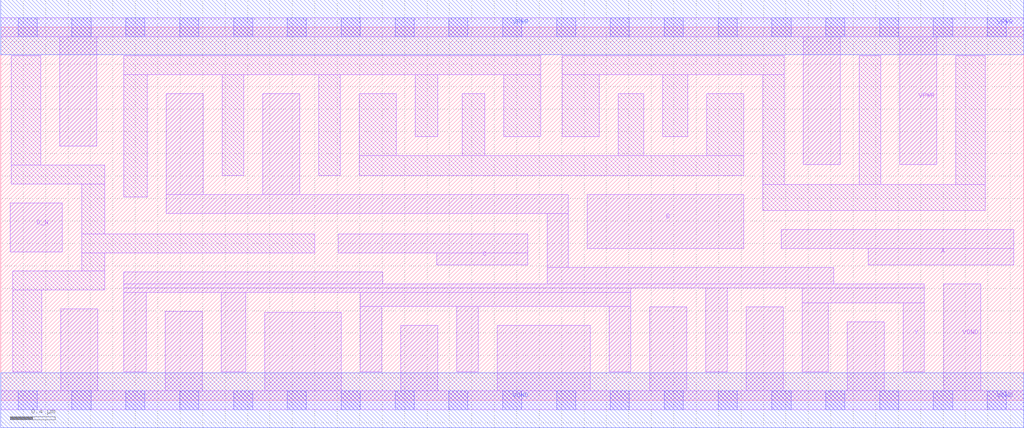
<source format=lef>
# Copyright 2020 The SkyWater PDK Authors
#
# Licensed under the Apache License, Version 2.0 (the "License");
# you may not use this file except in compliance with the License.
# You may obtain a copy of the License at
#
#     https://www.apache.org/licenses/LICENSE-2.0
#
# Unless required by applicable law or agreed to in writing, software
# distributed under the License is distributed on an "AS IS" BASIS,
# WITHOUT WARRANTIES OR CONDITIONS OF ANY KIND, either express or implied.
# See the License for the specific language governing permissions and
# limitations under the License.
#
# SPDX-License-Identifier: Apache-2.0

VERSION 5.7 ;
  NAMESCASESENSITIVE ON ;
  NOWIREEXTENSIONATPIN ON ;
  DIVIDERCHAR "/" ;
  BUSBITCHARS "[]" ;
UNITS
  DATABASE MICRONS 200 ;
END UNITS
MACRO sky130_fd_sc_lp__nor4b_4
  CLASS CORE ;
  SOURCE USER ;
  FOREIGN sky130_fd_sc_lp__nor4b_4 ;
  ORIGIN  0.000000  0.000000 ;
  SIZE  9.120000 BY  3.330000 ;
  SYMMETRY X Y R90 ;
  SITE unit ;
  PIN A
    ANTENNAGATEAREA  1.260000 ;
    DIRECTION INPUT ;
    USE SIGNAL ;
    PORT
      LAYER li1 ;
        RECT 6.960000 1.355000 9.030000 1.525000 ;
        RECT 7.735000 1.210000 9.030000 1.355000 ;
    END
  END A
  PIN B
    ANTENNAGATEAREA  1.260000 ;
    DIRECTION INPUT ;
    USE SIGNAL ;
    PORT
      LAYER li1 ;
        RECT 5.230000 1.355000 6.625000 1.835000 ;
    END
  END B
  PIN C
    ANTENNAGATEAREA  1.260000 ;
    DIRECTION INPUT ;
    USE SIGNAL ;
    PORT
      LAYER li1 ;
        RECT 3.010000 1.315000 4.700000 1.485000 ;
        RECT 3.885000 1.210000 4.700000 1.315000 ;
    END
  END C
  PIN D_N
    ANTENNAGATEAREA  0.315000 ;
    DIRECTION INPUT ;
    USE SIGNAL ;
    PORT
      LAYER li1 ;
        RECT 0.085000 1.325000 0.550000 1.760000 ;
    END
  END D_N
  PIN Y
    ANTENNADIFFAREA  2.612400 ;
    DIRECTION OUTPUT ;
    USE SIGNAL ;
    PORT
      LAYER li1 ;
        RECT 1.095000 0.255000 1.295000 0.965000 ;
        RECT 1.095000 0.965000 5.615000 1.005000 ;
        RECT 1.095000 1.005000 8.235000 1.040000 ;
        RECT 1.095000 1.040000 3.405000 1.145000 ;
        RECT 1.475000 1.665000 5.060000 1.835000 ;
        RECT 1.475000 1.835000 1.805000 2.735000 ;
        RECT 1.965000 0.255000 2.185000 0.965000 ;
        RECT 2.335000 1.835000 2.665000 2.735000 ;
        RECT 3.205000 0.255000 3.395000 0.840000 ;
        RECT 3.205000 0.840000 5.615000 0.965000 ;
        RECT 4.065000 0.255000 4.255000 0.840000 ;
        RECT 4.870000 1.040000 7.425000 1.185000 ;
        RECT 4.870000 1.185000 5.060000 1.665000 ;
        RECT 5.425000 0.255000 5.615000 0.840000 ;
        RECT 6.285000 0.255000 6.475000 1.005000 ;
        RECT 7.145000 0.255000 7.375000 0.870000 ;
        RECT 7.145000 0.870000 8.235000 1.005000 ;
        RECT 8.045000 0.255000 8.235000 0.870000 ;
    END
  END Y
  PIN VGND
    DIRECTION INOUT ;
    USE GROUND ;
    PORT
      LAYER li1 ;
        RECT 0.000000 -0.085000 9.120000 0.085000 ;
        RECT 0.535000  0.085000 0.865000 0.815000 ;
        RECT 1.465000  0.085000 1.795000 0.795000 ;
        RECT 2.355000  0.085000 3.035000 0.785000 ;
        RECT 3.565000  0.085000 3.895000 0.670000 ;
        RECT 4.425000  0.085000 5.255000 0.670000 ;
        RECT 5.785000  0.085000 6.115000 0.835000 ;
        RECT 6.645000  0.085000 6.975000 0.835000 ;
        RECT 7.545000  0.085000 7.875000 0.700000 ;
        RECT 8.405000  0.085000 8.735000 1.040000 ;
      LAYER mcon ;
        RECT 0.155000 -0.085000 0.325000 0.085000 ;
        RECT 0.635000 -0.085000 0.805000 0.085000 ;
        RECT 1.115000 -0.085000 1.285000 0.085000 ;
        RECT 1.595000 -0.085000 1.765000 0.085000 ;
        RECT 2.075000 -0.085000 2.245000 0.085000 ;
        RECT 2.555000 -0.085000 2.725000 0.085000 ;
        RECT 3.035000 -0.085000 3.205000 0.085000 ;
        RECT 3.515000 -0.085000 3.685000 0.085000 ;
        RECT 3.995000 -0.085000 4.165000 0.085000 ;
        RECT 4.475000 -0.085000 4.645000 0.085000 ;
        RECT 4.955000 -0.085000 5.125000 0.085000 ;
        RECT 5.435000 -0.085000 5.605000 0.085000 ;
        RECT 5.915000 -0.085000 6.085000 0.085000 ;
        RECT 6.395000 -0.085000 6.565000 0.085000 ;
        RECT 6.875000 -0.085000 7.045000 0.085000 ;
        RECT 7.355000 -0.085000 7.525000 0.085000 ;
        RECT 7.835000 -0.085000 8.005000 0.085000 ;
        RECT 8.315000 -0.085000 8.485000 0.085000 ;
        RECT 8.795000 -0.085000 8.965000 0.085000 ;
      LAYER met1 ;
        RECT 0.000000 -0.245000 9.120000 0.245000 ;
    END
  END VGND
  PIN VPWR
    DIRECTION INOUT ;
    USE POWER ;
    PORT
      LAYER li1 ;
        RECT 0.000000 3.245000 9.120000 3.415000 ;
        RECT 0.525000 2.270000 0.855000 3.245000 ;
        RECT 7.155000 2.105000 7.485000 3.245000 ;
        RECT 8.015000 2.105000 8.345000 3.245000 ;
      LAYER mcon ;
        RECT 0.155000 3.245000 0.325000 3.415000 ;
        RECT 0.635000 3.245000 0.805000 3.415000 ;
        RECT 1.115000 3.245000 1.285000 3.415000 ;
        RECT 1.595000 3.245000 1.765000 3.415000 ;
        RECT 2.075000 3.245000 2.245000 3.415000 ;
        RECT 2.555000 3.245000 2.725000 3.415000 ;
        RECT 3.035000 3.245000 3.205000 3.415000 ;
        RECT 3.515000 3.245000 3.685000 3.415000 ;
        RECT 3.995000 3.245000 4.165000 3.415000 ;
        RECT 4.475000 3.245000 4.645000 3.415000 ;
        RECT 4.955000 3.245000 5.125000 3.415000 ;
        RECT 5.435000 3.245000 5.605000 3.415000 ;
        RECT 5.915000 3.245000 6.085000 3.415000 ;
        RECT 6.395000 3.245000 6.565000 3.415000 ;
        RECT 6.875000 3.245000 7.045000 3.415000 ;
        RECT 7.355000 3.245000 7.525000 3.415000 ;
        RECT 7.835000 3.245000 8.005000 3.415000 ;
        RECT 8.315000 3.245000 8.485000 3.415000 ;
        RECT 8.795000 3.245000 8.965000 3.415000 ;
      LAYER met1 ;
        RECT 0.000000 3.085000 9.120000 3.575000 ;
    END
  END VPWR
  OBS
    LAYER li1 ;
      RECT 0.095000 1.930000 0.925000 2.100000 ;
      RECT 0.095000 2.100000 0.355000 3.075000 ;
      RECT 0.105000 0.255000 0.365000 0.985000 ;
      RECT 0.105000 0.985000 0.925000 1.155000 ;
      RECT 0.720000 1.155000 0.925000 1.315000 ;
      RECT 0.720000 1.315000 2.800000 1.485000 ;
      RECT 0.720000 1.485000 0.925000 1.930000 ;
      RECT 1.095000 1.815000 1.305000 2.905000 ;
      RECT 1.095000 2.905000 4.815000 3.075000 ;
      RECT 1.975000 2.005000 2.165000 2.905000 ;
      RECT 2.835000 2.005000 3.025000 2.905000 ;
      RECT 3.195000 2.005000 6.625000 2.185000 ;
      RECT 3.195000 2.185000 3.525000 2.735000 ;
      RECT 3.695000 2.355000 3.895000 2.905000 ;
      RECT 4.115000 2.185000 4.315000 2.735000 ;
      RECT 4.485000 2.355000 4.815000 2.905000 ;
      RECT 5.005000 2.355000 5.335000 2.905000 ;
      RECT 5.005000 2.905000 6.985000 3.075000 ;
      RECT 5.505000 2.185000 5.730000 2.735000 ;
      RECT 5.900000 2.355000 6.125000 2.905000 ;
      RECT 6.295000 2.185000 6.625000 2.735000 ;
      RECT 6.795000 1.695000 8.775000 1.925000 ;
      RECT 6.795000 1.925000 6.985000 2.905000 ;
      RECT 7.655000 1.925000 7.845000 3.075000 ;
      RECT 8.515000 1.925000 8.775000 3.075000 ;
  END
END sky130_fd_sc_lp__nor4b_4

</source>
